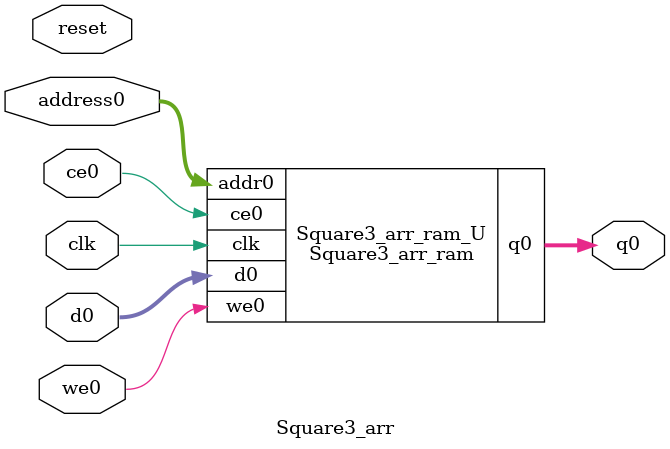
<source format=v>

`timescale 1 ns / 1 ps
module Square3_arr_ram (addr0, ce0, d0, we0, q0,  clk);

parameter DWIDTH = 32;
parameter AWIDTH = 5;
parameter MEM_SIZE = 20;

input[AWIDTH-1:0] addr0;
input ce0;
input[DWIDTH-1:0] d0;
input we0;
output reg[DWIDTH-1:0] q0;
input clk;

(* ram_style = "distributed" *)reg [DWIDTH-1:0] ram[MEM_SIZE-1:0];




always @(posedge clk)  
begin 
    if (ce0) 
    begin
        if (we0) 
        begin 
            ram[addr0] <= d0; 
            q0 <= d0;
        end 
        else 
            q0 <= ram[addr0];
    end
end


endmodule


`timescale 1 ns / 1 ps
module Square3_arr(
    reset,
    clk,
    address0,
    ce0,
    we0,
    d0,
    q0);

parameter DataWidth = 32'd32;
parameter AddressRange = 32'd20;
parameter AddressWidth = 32'd5;
input reset;
input clk;
input[AddressWidth - 1:0] address0;
input ce0;
input we0;
input[DataWidth - 1:0] d0;
output[DataWidth - 1:0] q0;



Square3_arr_ram Square3_arr_ram_U(
    .clk( clk ),
    .addr0( address0 ),
    .ce0( ce0 ),
    .d0( d0 ),
    .we0( we0 ),
    .q0( q0 ));

endmodule


</source>
